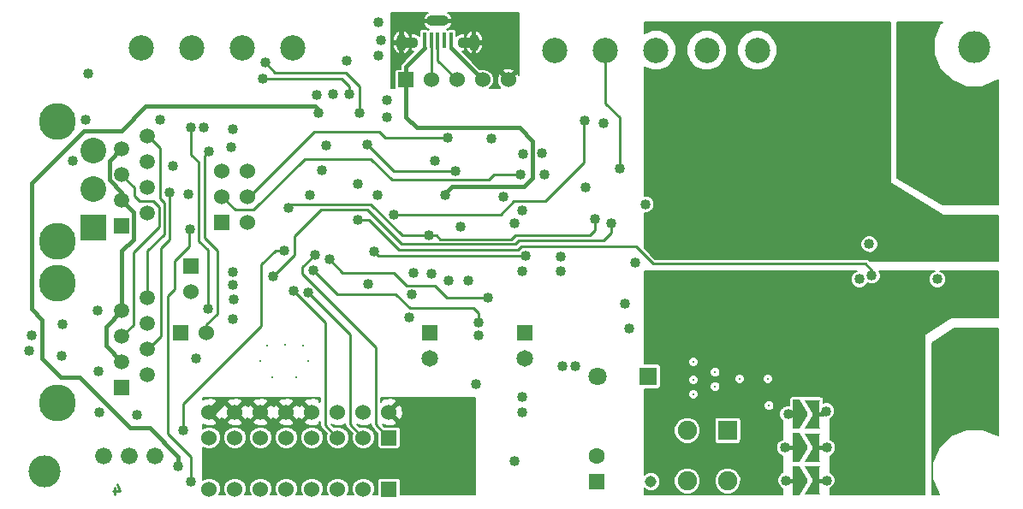
<source format=gbl>
G04 (created by PCBNEW (2013-07-07 BZR 4022)-stable) date 2/4/2017 6:27:51 AM*
%MOIN*%
G04 Gerber Fmt 3.4, Leading zero omitted, Abs format*
%FSLAX34Y34*%
G01*
G70*
G90*
G04 APERTURE LIST*
%ADD10C,0.00590551*%
%ADD11C,0.01*%
%ADD12R,0.0177165X0.0590551*%
%ADD13O,0.0708661X0.0433071*%
%ADD14O,0.0866142X0.0433071*%
%ADD15R,0.06X0.06*%
%ADD16C,0.06*%
%ADD17R,0.0315X0.11*%
%ADD18R,0.025X0.113*%
%ADD19C,0.1437*%
%ADD20R,0.0591X0.0591*%
%ADD21C,0.0591*%
%ADD22C,0.011811*%
%ADD23C,0.125*%
%ADD24R,0.0629921X0.0629921*%
%ADD25C,0.0629921*%
%ADD26C,0.0984252*%
%ADD27R,0.0708661X0.0708661*%
%ADD28C,0.0708661*%
%ADD29C,0.045*%
%ADD30C,0.066*%
%ADD31R,0.1X0.1*%
%ADD32C,0.1*%
%ADD33C,0.075*%
%ADD34R,0.075X0.075*%
%ADD35O,0.0393701X0.0669291*%
%ADD36C,0.0177165*%
%ADD37R,0.0649606X0.0649606*%
%ADD38C,0.0649606*%
%ADD39C,0.04*%
%ADD40C,0.016*%
%ADD41C,0.008*%
G04 APERTURE END LIST*
G54D10*
G54D11*
X35823Y-38445D02*
X35823Y-38711D01*
X35919Y-38292D02*
X36014Y-38578D01*
X35766Y-38578D01*
G54D12*
X47888Y-21001D03*
X48144Y-21001D03*
X48400Y-21001D03*
X48656Y-21001D03*
X48912Y-21001D03*
G54D13*
X47297Y-21100D03*
X49502Y-21100D03*
G54D14*
X48400Y-20253D03*
G54D15*
X47150Y-22550D03*
G54D16*
X48150Y-22550D03*
X49150Y-22550D03*
X50150Y-22550D03*
X51150Y-22550D03*
G54D10*
G36*
X62472Y-36145D02*
X62472Y-35015D01*
X62787Y-35515D01*
X62787Y-35645D01*
X62472Y-36145D01*
X62472Y-36145D01*
G37*
G54D17*
X63130Y-35580D03*
G54D18*
X62350Y-35580D03*
G54D10*
G36*
X62972Y-35530D02*
X62672Y-35030D01*
X63287Y-35030D01*
X62987Y-35530D01*
X62972Y-35530D01*
X62972Y-35530D01*
G37*
G36*
X62987Y-35630D02*
X63287Y-36130D01*
X62672Y-36130D01*
X62972Y-35630D01*
X62987Y-35630D01*
X62987Y-35630D01*
G37*
G54D19*
X33600Y-24162D03*
X33600Y-28835D03*
G54D20*
X36100Y-28250D03*
G54D21*
X37100Y-27750D03*
X36100Y-27250D03*
X37100Y-26750D03*
X36100Y-26250D03*
X37100Y-25750D03*
X36100Y-25250D03*
X37100Y-24750D03*
G54D19*
X33600Y-30462D03*
X33600Y-35135D03*
G54D20*
X36100Y-34550D03*
G54D21*
X37100Y-34050D03*
X36100Y-33550D03*
X37100Y-33050D03*
X36100Y-32550D03*
X37100Y-32050D03*
X36100Y-31550D03*
X37100Y-31050D03*
G54D15*
X40000Y-28100D03*
G54D16*
X41000Y-28100D03*
X40000Y-27100D03*
X41000Y-27100D03*
X40000Y-26100D03*
X41000Y-26100D03*
G54D22*
X41950Y-34150D03*
X43350Y-33500D03*
X43150Y-32900D03*
X41500Y-33500D03*
X41750Y-32900D03*
X42440Y-32870D03*
G54D23*
X69291Y-21259D03*
X33070Y-37795D03*
G54D24*
X54600Y-38192D03*
G54D25*
X54600Y-37207D03*
G54D26*
X69200Y-34721D03*
X69200Y-32752D03*
X69200Y-30784D03*
X69200Y-28815D03*
X69200Y-24878D03*
X69200Y-26847D03*
G54D22*
X42900Y-34150D03*
X59200Y-34500D03*
X61300Y-35250D03*
X58350Y-33550D03*
X60150Y-34200D03*
X58350Y-34250D03*
X59200Y-33950D03*
X58350Y-34800D03*
X61250Y-34200D03*
G54D27*
X56584Y-34100D03*
G54D28*
X54615Y-34100D03*
G54D22*
X47800Y-36900D03*
X49200Y-38400D03*
X49200Y-36900D03*
X47800Y-38100D03*
X48630Y-37630D03*
G54D29*
X56700Y-38200D03*
G54D16*
X39500Y-36500D03*
X40500Y-36500D03*
X41500Y-36500D03*
X42500Y-36500D03*
X43500Y-36500D03*
X44500Y-36500D03*
X45500Y-36500D03*
G54D15*
X46500Y-36500D03*
X46500Y-38500D03*
G54D16*
X45500Y-38500D03*
X44500Y-38500D03*
X43500Y-38500D03*
X42500Y-38500D03*
X41500Y-38500D03*
X40500Y-38500D03*
X39500Y-38500D03*
X39500Y-35500D03*
X40500Y-35500D03*
X41500Y-35500D03*
X42500Y-35500D03*
X43500Y-35500D03*
X44500Y-35500D03*
X45500Y-35500D03*
X46500Y-35500D03*
G54D15*
X38400Y-32400D03*
G54D16*
X39400Y-32400D03*
G54D30*
X37400Y-37200D03*
X36400Y-37200D03*
X35400Y-37200D03*
G54D10*
G36*
X62472Y-38725D02*
X62472Y-37595D01*
X62787Y-38095D01*
X62787Y-38225D01*
X62472Y-38725D01*
X62472Y-38725D01*
G37*
G54D17*
X63130Y-38160D03*
G54D18*
X62350Y-38160D03*
G54D10*
G36*
X62972Y-38110D02*
X62672Y-37610D01*
X63287Y-37610D01*
X62987Y-38110D01*
X62972Y-38110D01*
X62972Y-38110D01*
G37*
G36*
X62987Y-38210D02*
X63287Y-38710D01*
X62672Y-38710D01*
X62972Y-38210D01*
X62987Y-38210D01*
X62987Y-38210D01*
G37*
G36*
X62472Y-37445D02*
X62472Y-36315D01*
X62787Y-36815D01*
X62787Y-36945D01*
X62472Y-37445D01*
X62472Y-37445D01*
G37*
G54D17*
X63130Y-36880D03*
G54D18*
X62350Y-36880D03*
G54D10*
G36*
X62972Y-36830D02*
X62672Y-36330D01*
X63287Y-36330D01*
X62987Y-36830D01*
X62972Y-36830D01*
X62972Y-36830D01*
G37*
G36*
X62987Y-36930D02*
X63287Y-37430D01*
X62672Y-37430D01*
X62972Y-36930D01*
X62987Y-36930D01*
X62987Y-36930D01*
G37*
G54D26*
X42752Y-21300D03*
X40784Y-21300D03*
X36847Y-21300D03*
X38815Y-21300D03*
G54D31*
X35000Y-28300D03*
G54D32*
X35000Y-26800D03*
X35000Y-25300D03*
G54D26*
X60837Y-21400D03*
X58868Y-21400D03*
X56900Y-21400D03*
X52962Y-21400D03*
X54931Y-21400D03*
G54D15*
X38800Y-29800D03*
G54D16*
X38800Y-30800D03*
G54D33*
X58113Y-38184D03*
X59687Y-38184D03*
G54D34*
X59687Y-36216D03*
G54D33*
X58113Y-36216D03*
G54D35*
X46992Y-21100D03*
X49807Y-21100D03*
G54D36*
X48144Y-20792D03*
X48400Y-21296D03*
X48655Y-20792D03*
X48911Y-21296D03*
X47888Y-21296D03*
G54D37*
X51800Y-32400D03*
G54D38*
X51800Y-33400D03*
G54D37*
X48100Y-32400D03*
G54D38*
X48100Y-33400D03*
G54D39*
X50950Y-27100D03*
X44050Y-25100D03*
X40360Y-25160D03*
X51700Y-27650D03*
X45300Y-26590D03*
X47300Y-31800D03*
X51700Y-35500D03*
X51700Y-34900D03*
X35200Y-33900D03*
X48820Y-30360D03*
X44320Y-23120D03*
X39000Y-33400D03*
X32500Y-33100D03*
X40425Y-30025D03*
X49900Y-34400D03*
X43560Y-29980D03*
X50000Y-32000D03*
X58400Y-25600D03*
X58400Y-28400D03*
X60400Y-28400D03*
X60400Y-24800D03*
X62200Y-22800D03*
X63600Y-21200D03*
X63800Y-23400D03*
X64800Y-24600D03*
X64800Y-25600D03*
X63400Y-27200D03*
X64400Y-27200D03*
X65400Y-27200D03*
X66400Y-27200D03*
X44180Y-29550D03*
X50350Y-31050D03*
X64400Y-36600D03*
X65600Y-37800D03*
X65600Y-35600D03*
X64800Y-33600D03*
X63600Y-33600D03*
X62200Y-33600D03*
X60800Y-32400D03*
X59000Y-32400D03*
X59000Y-30600D03*
X60800Y-30600D03*
X62200Y-31400D03*
X63200Y-31400D03*
X64200Y-31400D03*
X65200Y-31400D03*
X66000Y-31400D03*
X66800Y-31400D03*
X67600Y-31400D03*
X43610Y-29370D03*
X43340Y-30830D03*
X42790Y-30770D03*
X45300Y-28000D03*
X65300Y-30180D03*
X51820Y-29420D03*
X45920Y-29240D03*
X54110Y-24150D03*
X46700Y-27800D03*
X41990Y-30210D03*
X55150Y-28130D03*
X67850Y-30320D03*
X56480Y-27400D03*
X64820Y-30320D03*
X56080Y-29680D03*
X38740Y-28380D03*
X38800Y-38200D03*
X42430Y-29210D03*
X38500Y-36200D03*
X39500Y-25340D03*
X38800Y-24400D03*
X39440Y-31468D03*
X48060Y-28610D03*
X42600Y-27540D03*
X54520Y-27960D03*
X51200Y-20900D03*
X50500Y-20900D03*
X48680Y-27050D03*
X67200Y-21200D03*
X67200Y-23200D03*
X69000Y-23400D03*
X68200Y-36000D03*
X63520Y-35460D03*
X63540Y-38160D03*
X63560Y-36880D03*
X54150Y-26730D03*
X65200Y-28950D03*
X43700Y-23150D03*
X40410Y-24480D03*
X37580Y-24100D03*
X43430Y-27030D03*
X34700Y-24100D03*
X38100Y-25900D03*
X38700Y-27000D03*
X51370Y-28130D03*
X46050Y-27050D03*
X51700Y-30000D03*
X50470Y-24830D03*
X52450Y-25400D03*
X51400Y-37400D03*
X54835Y-24235D03*
X46410Y-24000D03*
X46430Y-23350D03*
X52550Y-26250D03*
X35220Y-35490D03*
X36700Y-35600D03*
X48140Y-30120D03*
X49290Y-28270D03*
X51710Y-25440D03*
X48290Y-25720D03*
X34200Y-25700D03*
X35140Y-31550D03*
X62040Y-35580D03*
X61960Y-38160D03*
X61920Y-36880D03*
X43880Y-26060D03*
X44840Y-21800D03*
X46100Y-21600D03*
X46100Y-20300D03*
X46200Y-21000D03*
X50000Y-32500D03*
X32600Y-32500D03*
X47460Y-30060D03*
X47400Y-30900D03*
X45700Y-30520D03*
X40425Y-30525D03*
X49590Y-30365D03*
X55850Y-32250D03*
X55700Y-31280D03*
X33760Y-33300D03*
X40420Y-31880D03*
X33780Y-32060D03*
X40440Y-31100D03*
X39300Y-24400D03*
X34800Y-22300D03*
X37950Y-26950D03*
X41670Y-21880D03*
X45350Y-23850D03*
X45640Y-25070D03*
X49100Y-26110D03*
X44960Y-23100D03*
X41600Y-22500D03*
X51610Y-26250D03*
X48790Y-24820D03*
X55480Y-26010D03*
X53250Y-33700D03*
X53750Y-33700D03*
X38300Y-37600D03*
X43740Y-23840D03*
X53200Y-29450D03*
X53200Y-30000D03*
G54D11*
X46760Y-30890D02*
X47320Y-31450D01*
X44470Y-30890D02*
X46760Y-30890D01*
X43560Y-29980D02*
X44470Y-30890D01*
X50000Y-31650D02*
X50000Y-32000D01*
X49800Y-31450D02*
X50000Y-31650D01*
X47320Y-31450D02*
X49800Y-31450D01*
X69200Y-28815D02*
X68015Y-28815D01*
X58400Y-28400D02*
X58400Y-25600D01*
X60400Y-24800D02*
X60400Y-28400D01*
X62200Y-22600D02*
X62200Y-22800D01*
X63600Y-21200D02*
X62200Y-22600D01*
X63800Y-23600D02*
X63800Y-23400D01*
X64800Y-24600D02*
X63800Y-23600D01*
X64800Y-25800D02*
X64800Y-25600D01*
X63400Y-27200D02*
X64800Y-25800D01*
X65400Y-27200D02*
X64400Y-27200D01*
X68015Y-28815D02*
X66400Y-27200D01*
X48760Y-31050D02*
X50350Y-31050D01*
X48270Y-30560D02*
X48760Y-31050D01*
X47190Y-30560D02*
X48270Y-30560D01*
X46700Y-30070D02*
X47190Y-30560D01*
X44700Y-30070D02*
X46700Y-30070D01*
X44180Y-29550D02*
X44700Y-30070D01*
X65600Y-35600D02*
X65600Y-37800D01*
X63600Y-33600D02*
X64800Y-33600D01*
X62200Y-32800D02*
X62200Y-33600D01*
X62000Y-32600D02*
X62200Y-32800D01*
X61000Y-32600D02*
X62000Y-32600D01*
X60800Y-32400D02*
X61000Y-32600D01*
X59000Y-30600D02*
X59000Y-32400D01*
X61400Y-30600D02*
X60800Y-30600D01*
X62200Y-31400D02*
X61400Y-30600D01*
X64200Y-31400D02*
X63200Y-31400D01*
X66000Y-31400D02*
X65200Y-31400D01*
X67600Y-31400D02*
X66800Y-31400D01*
G54D40*
X36100Y-27250D02*
X36100Y-26933D01*
X35610Y-26443D02*
X35610Y-25690D01*
X36100Y-26933D02*
X35610Y-26443D01*
X36100Y-31550D02*
X36100Y-29220D01*
X36560Y-27710D02*
X36100Y-27250D01*
X36560Y-28760D02*
X36560Y-27710D01*
X36100Y-29220D02*
X36560Y-28760D01*
X36100Y-25250D02*
X36050Y-25250D01*
X36050Y-25250D02*
X35610Y-25690D01*
X36100Y-33550D02*
X36100Y-33530D01*
X36100Y-33530D02*
X35490Y-32920D01*
X35490Y-32160D02*
X36100Y-31550D01*
X35490Y-32920D02*
X35490Y-32160D01*
G54D11*
X45980Y-35980D02*
X46500Y-36500D01*
X45980Y-32970D02*
X45980Y-35980D01*
X43130Y-30120D02*
X45980Y-32970D01*
X43130Y-29850D02*
X43130Y-30120D01*
X43610Y-29370D02*
X43130Y-29850D01*
X44980Y-35980D02*
X45500Y-36500D01*
X44980Y-32470D02*
X44980Y-35980D01*
X43340Y-30830D02*
X44980Y-32470D01*
X44020Y-36020D02*
X44500Y-36500D01*
X44020Y-32000D02*
X44020Y-36020D01*
X42790Y-30770D02*
X44020Y-32000D01*
X45720Y-28000D02*
X46900Y-29180D01*
X45720Y-28000D02*
X45300Y-28000D01*
X65300Y-29960D02*
X65300Y-30180D01*
X65060Y-29720D02*
X65300Y-29960D01*
X56780Y-29720D02*
X65060Y-29720D01*
X51640Y-29050D02*
X56110Y-29050D01*
X56110Y-29050D02*
X56780Y-29720D01*
X51510Y-29180D02*
X51640Y-29050D01*
X46900Y-29180D02*
X51510Y-29180D01*
X51820Y-29420D02*
X46100Y-29420D01*
X46100Y-29420D02*
X45920Y-29240D01*
X46100Y-29420D02*
X45920Y-29240D01*
X54100Y-24160D02*
X54100Y-25780D01*
X54110Y-24150D02*
X54100Y-24160D01*
X46700Y-27800D02*
X50840Y-27800D01*
X51360Y-27280D02*
X52600Y-27280D01*
X50840Y-27800D02*
X51360Y-27280D01*
X54100Y-25780D02*
X52600Y-27280D01*
X47000Y-28950D02*
X51420Y-28950D01*
X55150Y-28510D02*
X55150Y-28130D01*
X54850Y-28810D02*
X55150Y-28510D01*
X51560Y-28810D02*
X54850Y-28810D01*
X51420Y-28950D02*
X51560Y-28810D01*
X41990Y-30210D02*
X41980Y-30210D01*
X43850Y-27600D02*
X45650Y-27600D01*
X42810Y-28640D02*
X43850Y-27600D01*
X42810Y-29380D02*
X42810Y-28640D01*
X41980Y-30210D02*
X42810Y-29380D01*
X45650Y-27600D02*
X47000Y-28950D01*
X37900Y-36330D02*
X37900Y-30960D01*
X38160Y-29600D02*
X38720Y-29040D01*
X38160Y-30700D02*
X38160Y-29600D01*
X38800Y-38200D02*
X38800Y-37230D01*
X38720Y-28400D02*
X38720Y-29040D01*
X38740Y-28380D02*
X38720Y-28400D01*
X38800Y-37230D02*
X37900Y-36330D01*
X37900Y-30960D02*
X38160Y-30700D01*
X38500Y-36200D02*
X38500Y-35160D01*
X42070Y-29200D02*
X42430Y-29210D01*
X41520Y-29750D02*
X42070Y-29200D01*
X41520Y-32140D02*
X41520Y-29750D01*
X38500Y-35160D02*
X41520Y-32140D01*
X39310Y-25530D02*
X39310Y-28690D01*
X39500Y-25340D02*
X39310Y-25530D01*
X39400Y-32400D02*
X39400Y-32080D01*
X39820Y-29200D02*
X39310Y-28690D01*
X39820Y-31660D02*
X39820Y-29200D01*
X39400Y-32080D02*
X39820Y-31660D01*
X38800Y-24400D02*
X38800Y-25460D01*
X38800Y-25460D02*
X39090Y-25750D01*
X39090Y-25750D02*
X39090Y-28830D01*
X39440Y-31430D02*
X39440Y-29180D01*
X39440Y-29180D02*
X39090Y-28830D01*
X54520Y-27960D02*
X54520Y-28390D01*
X48340Y-28610D02*
X48060Y-28610D01*
X48490Y-28760D02*
X48340Y-28610D01*
X51260Y-28760D02*
X48490Y-28760D01*
X51420Y-28600D02*
X51260Y-28760D01*
X54310Y-28600D02*
X51420Y-28600D01*
X54520Y-28390D02*
X54310Y-28600D01*
X47010Y-28610D02*
X48060Y-28610D01*
X45790Y-27390D02*
X47010Y-28610D01*
X42750Y-27390D02*
X45790Y-27390D01*
X42600Y-27540D02*
X42750Y-27390D01*
G54D40*
X48680Y-27050D02*
X48680Y-26970D01*
X48950Y-26700D02*
X51750Y-26700D01*
X48680Y-26970D02*
X48950Y-26700D01*
X51750Y-26700D02*
X52075Y-26375D01*
X48680Y-27050D02*
X48650Y-27050D01*
X47150Y-22550D02*
X47150Y-22035D01*
X47150Y-22035D02*
X47888Y-21296D01*
X52075Y-24925D02*
X52075Y-26375D01*
X47150Y-22550D02*
X47150Y-24000D01*
X51570Y-24420D02*
X52075Y-24925D01*
X52075Y-24925D02*
X52080Y-24930D01*
X47570Y-24420D02*
X51570Y-24420D01*
X47150Y-24000D02*
X47570Y-24420D01*
G54D11*
X68800Y-23200D02*
X67200Y-23200D01*
X69000Y-23400D02*
X68800Y-23200D01*
G54D40*
X69200Y-34721D02*
X69200Y-35000D01*
X69200Y-35000D02*
X68200Y-36000D01*
X63130Y-35580D02*
X63400Y-35580D01*
X63400Y-35580D02*
X63520Y-35460D01*
X63130Y-38160D02*
X63540Y-38160D01*
X63130Y-36880D02*
X63560Y-36880D01*
X48911Y-21296D02*
X48911Y-21311D01*
X48911Y-21311D02*
X50150Y-22550D01*
X39500Y-35500D02*
X39700Y-35500D01*
X39700Y-35500D02*
X40000Y-35200D01*
X62630Y-35580D02*
X62350Y-35580D01*
X62630Y-36880D02*
X62350Y-36880D01*
X62630Y-38160D02*
X62350Y-38160D01*
X62350Y-35580D02*
X62040Y-35580D01*
X62630Y-38160D02*
X61960Y-38160D01*
X62630Y-36880D02*
X61920Y-36880D01*
G54D11*
X37100Y-24750D02*
X37130Y-24750D01*
X37130Y-24750D02*
X37570Y-25190D01*
X37100Y-29220D02*
X37100Y-31050D01*
X37740Y-28580D02*
X37100Y-29220D01*
X37740Y-27340D02*
X37740Y-28580D01*
X37570Y-27170D02*
X37740Y-27340D01*
X37570Y-25190D02*
X37570Y-27170D01*
X37950Y-26950D02*
X37950Y-28770D01*
X37950Y-28770D02*
X37620Y-29100D01*
X37100Y-33050D02*
X37120Y-33050D01*
X37620Y-32550D02*
X37620Y-29100D01*
X37120Y-33050D02*
X37620Y-32550D01*
X36100Y-26250D02*
X36100Y-26260D01*
X36100Y-26260D02*
X36590Y-26750D01*
X36550Y-29260D02*
X36550Y-32090D01*
X37550Y-28260D02*
X36550Y-29260D01*
X37550Y-27500D02*
X37550Y-28260D01*
X37320Y-27270D02*
X37550Y-27500D01*
X36790Y-27270D02*
X37320Y-27270D01*
X36590Y-27070D02*
X36790Y-27270D01*
X36590Y-26750D02*
X36590Y-27070D01*
X36100Y-32550D02*
X36100Y-32540D01*
X36100Y-32540D02*
X36550Y-32090D01*
X48400Y-21296D02*
X48400Y-21800D01*
X48400Y-21800D02*
X49150Y-22550D01*
X48150Y-22550D02*
X48150Y-20798D01*
X48150Y-20798D02*
X48144Y-20792D01*
X42050Y-22260D02*
X41670Y-21880D01*
X44830Y-22260D02*
X42050Y-22260D01*
X45360Y-22790D02*
X44830Y-22260D01*
X45360Y-23540D02*
X45360Y-22790D01*
X45350Y-23850D02*
X45360Y-23540D01*
X46690Y-26120D02*
X45640Y-25070D01*
X49090Y-26120D02*
X46690Y-26120D01*
X49100Y-26110D02*
X49090Y-26120D01*
X44960Y-23100D02*
X44960Y-22810D01*
X44650Y-22500D02*
X41600Y-22500D01*
X44960Y-22810D02*
X44650Y-22500D01*
X51610Y-26250D02*
X50590Y-26250D01*
X50590Y-26250D02*
X50390Y-26450D01*
X46610Y-26450D02*
X45790Y-25630D01*
X50390Y-26450D02*
X46610Y-26450D01*
X40520Y-27620D02*
X40000Y-27100D01*
X41230Y-27620D02*
X40520Y-27620D01*
X43220Y-25630D02*
X41230Y-27620D01*
X45790Y-25630D02*
X43220Y-25630D01*
X48790Y-24820D02*
X46350Y-24820D01*
X46350Y-24820D02*
X46110Y-24580D01*
X46110Y-24580D02*
X43570Y-24580D01*
X41000Y-27100D02*
X41050Y-27100D01*
X41050Y-27100D02*
X43570Y-24580D01*
X54931Y-21400D02*
X54931Y-23471D01*
X55480Y-24020D02*
X55480Y-26010D01*
X54931Y-23471D02*
X55480Y-24020D01*
G54D40*
X43740Y-23840D02*
X43740Y-23715D01*
X43605Y-23580D02*
X37020Y-23580D01*
X43740Y-23715D02*
X43605Y-23580D01*
X38300Y-37600D02*
X38300Y-37230D01*
X34625Y-24525D02*
X32570Y-26580D01*
X32570Y-26580D02*
X32570Y-31470D01*
X32570Y-31470D02*
X33000Y-31900D01*
X33000Y-31900D02*
X33000Y-33420D01*
X33000Y-33420D02*
X33730Y-34150D01*
X33730Y-34150D02*
X34460Y-34150D01*
X34460Y-34150D02*
X36410Y-36100D01*
X36410Y-36100D02*
X37170Y-36100D01*
X36075Y-24525D02*
X37020Y-23580D01*
X34625Y-24525D02*
X36075Y-24525D01*
X38300Y-37230D02*
X37170Y-36100D01*
G54D10*
G36*
X44590Y-35505D02*
X44505Y-35590D01*
X44500Y-35584D01*
X44494Y-35590D01*
X44409Y-35505D01*
X44415Y-35500D01*
X44409Y-35494D01*
X44494Y-35409D01*
X44500Y-35415D01*
X44505Y-35409D01*
X44590Y-35494D01*
X44584Y-35500D01*
X44590Y-35505D01*
X44590Y-35505D01*
G37*
G54D41*
X44590Y-35505D02*
X44505Y-35590D01*
X44500Y-35584D01*
X44494Y-35590D01*
X44409Y-35505D01*
X44415Y-35500D01*
X44409Y-35494D01*
X44494Y-35409D01*
X44500Y-35415D01*
X44505Y-35409D01*
X44590Y-35494D01*
X44584Y-35500D01*
X44590Y-35505D01*
G54D10*
G36*
X45590Y-35505D02*
X45505Y-35590D01*
X45500Y-35584D01*
X45494Y-35590D01*
X45409Y-35505D01*
X45415Y-35500D01*
X45409Y-35494D01*
X45494Y-35409D01*
X45500Y-35415D01*
X45505Y-35409D01*
X45590Y-35494D01*
X45584Y-35500D01*
X45590Y-35505D01*
X45590Y-35505D01*
G37*
G54D41*
X45590Y-35505D02*
X45505Y-35590D01*
X45500Y-35584D01*
X45494Y-35590D01*
X45409Y-35505D01*
X45415Y-35500D01*
X45409Y-35494D01*
X45494Y-35409D01*
X45500Y-35415D01*
X45505Y-35409D01*
X45590Y-35494D01*
X45584Y-35500D01*
X45590Y-35505D01*
G54D10*
G36*
X49860Y-38710D02*
X47046Y-38710D01*
X47046Y-35569D01*
X47031Y-35355D01*
X46978Y-35226D01*
X46886Y-35198D01*
X46801Y-35282D01*
X46584Y-35500D01*
X46886Y-35801D01*
X46978Y-35773D01*
X47046Y-35569D01*
X47046Y-38710D01*
X46940Y-38710D01*
X46940Y-38172D01*
X46918Y-38120D01*
X46879Y-38081D01*
X46827Y-38060D01*
X46772Y-38059D01*
X46172Y-38059D01*
X46120Y-38081D01*
X46081Y-38120D01*
X46060Y-38172D01*
X46059Y-38227D01*
X46059Y-38710D01*
X45889Y-38710D01*
X45939Y-38587D01*
X45940Y-38412D01*
X45873Y-38251D01*
X45749Y-38127D01*
X45587Y-38060D01*
X45412Y-38059D01*
X45251Y-38126D01*
X45127Y-38250D01*
X45060Y-38412D01*
X45059Y-38587D01*
X45110Y-38710D01*
X44889Y-38710D01*
X44939Y-38587D01*
X44940Y-38412D01*
X44873Y-38251D01*
X44749Y-38127D01*
X44587Y-38060D01*
X44412Y-38059D01*
X44251Y-38126D01*
X44127Y-38250D01*
X44060Y-38412D01*
X44059Y-38587D01*
X44110Y-38710D01*
X43889Y-38710D01*
X43939Y-38587D01*
X43940Y-38412D01*
X43940Y-36412D01*
X43873Y-36251D01*
X43801Y-36179D01*
X43749Y-36127D01*
X43587Y-36060D01*
X43412Y-36059D01*
X43251Y-36126D01*
X43127Y-36250D01*
X43060Y-36412D01*
X43059Y-36587D01*
X43126Y-36748D01*
X43250Y-36872D01*
X43412Y-36939D01*
X43587Y-36940D01*
X43748Y-36873D01*
X43872Y-36749D01*
X43939Y-36587D01*
X43940Y-36412D01*
X43940Y-38412D01*
X43873Y-38251D01*
X43749Y-38127D01*
X43587Y-38060D01*
X43412Y-38059D01*
X43251Y-38126D01*
X43127Y-38250D01*
X43060Y-38412D01*
X43059Y-38587D01*
X43110Y-38710D01*
X42889Y-38710D01*
X42939Y-38587D01*
X42940Y-38412D01*
X42940Y-36412D01*
X42873Y-36251D01*
X42801Y-36179D01*
X42801Y-35886D01*
X42500Y-35584D01*
X42415Y-35669D01*
X42415Y-35500D01*
X42113Y-35198D01*
X42021Y-35226D01*
X42002Y-35285D01*
X41978Y-35226D01*
X41886Y-35198D01*
X41801Y-35282D01*
X41801Y-35113D01*
X41773Y-35021D01*
X41569Y-34953D01*
X41355Y-34968D01*
X41226Y-35021D01*
X41198Y-35113D01*
X41500Y-35415D01*
X41801Y-35113D01*
X41801Y-35282D01*
X41584Y-35500D01*
X41886Y-35801D01*
X41978Y-35773D01*
X41997Y-35714D01*
X42021Y-35773D01*
X42113Y-35801D01*
X42415Y-35500D01*
X42415Y-35669D01*
X42198Y-35886D01*
X42226Y-35978D01*
X42430Y-36046D01*
X42644Y-36031D01*
X42773Y-35978D01*
X42801Y-35886D01*
X42801Y-36179D01*
X42749Y-36127D01*
X42587Y-36060D01*
X42412Y-36059D01*
X42251Y-36126D01*
X42127Y-36250D01*
X42060Y-36412D01*
X42059Y-36587D01*
X42126Y-36748D01*
X42250Y-36872D01*
X42412Y-36939D01*
X42587Y-36940D01*
X42748Y-36873D01*
X42872Y-36749D01*
X42939Y-36587D01*
X42940Y-36412D01*
X42940Y-38412D01*
X42873Y-38251D01*
X42749Y-38127D01*
X42587Y-38060D01*
X42412Y-38059D01*
X42251Y-38126D01*
X42127Y-38250D01*
X42060Y-38412D01*
X42059Y-38587D01*
X42110Y-38710D01*
X41889Y-38710D01*
X41939Y-38587D01*
X41940Y-38412D01*
X41940Y-36412D01*
X41873Y-36251D01*
X41801Y-36179D01*
X41801Y-35886D01*
X41500Y-35584D01*
X41415Y-35669D01*
X41415Y-35500D01*
X41113Y-35198D01*
X41021Y-35226D01*
X41002Y-35285D01*
X40978Y-35226D01*
X40886Y-35198D01*
X40801Y-35282D01*
X40801Y-35113D01*
X40773Y-35021D01*
X40569Y-34953D01*
X40355Y-34968D01*
X40226Y-35021D01*
X40198Y-35113D01*
X40500Y-35415D01*
X40801Y-35113D01*
X40801Y-35282D01*
X40584Y-35500D01*
X40886Y-35801D01*
X40978Y-35773D01*
X40997Y-35714D01*
X41021Y-35773D01*
X41113Y-35801D01*
X41415Y-35500D01*
X41415Y-35669D01*
X41198Y-35886D01*
X41226Y-35978D01*
X41430Y-36046D01*
X41644Y-36031D01*
X41773Y-35978D01*
X41801Y-35886D01*
X41801Y-36179D01*
X41749Y-36127D01*
X41587Y-36060D01*
X41412Y-36059D01*
X41251Y-36126D01*
X41127Y-36250D01*
X41060Y-36412D01*
X41059Y-36587D01*
X41126Y-36748D01*
X41250Y-36872D01*
X41412Y-36939D01*
X41587Y-36940D01*
X41748Y-36873D01*
X41872Y-36749D01*
X41939Y-36587D01*
X41940Y-36412D01*
X41940Y-38412D01*
X41873Y-38251D01*
X41749Y-38127D01*
X41587Y-38060D01*
X41412Y-38059D01*
X41251Y-38126D01*
X41127Y-38250D01*
X41060Y-38412D01*
X41059Y-38587D01*
X41110Y-38710D01*
X40889Y-38710D01*
X40939Y-38587D01*
X40940Y-38412D01*
X40940Y-36412D01*
X40873Y-36251D01*
X40801Y-36179D01*
X40801Y-35886D01*
X40500Y-35584D01*
X40415Y-35669D01*
X40415Y-35500D01*
X40113Y-35198D01*
X40021Y-35226D01*
X40002Y-35285D01*
X39978Y-35226D01*
X39886Y-35198D01*
X39584Y-35500D01*
X39886Y-35801D01*
X39978Y-35773D01*
X39997Y-35714D01*
X40021Y-35773D01*
X40113Y-35801D01*
X40415Y-35500D01*
X40415Y-35669D01*
X40198Y-35886D01*
X40226Y-35978D01*
X40430Y-36046D01*
X40644Y-36031D01*
X40773Y-35978D01*
X40801Y-35886D01*
X40801Y-36179D01*
X40749Y-36127D01*
X40587Y-36060D01*
X40412Y-36059D01*
X40251Y-36126D01*
X40127Y-36250D01*
X40060Y-36412D01*
X40059Y-36587D01*
X40126Y-36748D01*
X40250Y-36872D01*
X40412Y-36939D01*
X40587Y-36940D01*
X40748Y-36873D01*
X40872Y-36749D01*
X40939Y-36587D01*
X40940Y-36412D01*
X40940Y-38412D01*
X40873Y-38251D01*
X40749Y-38127D01*
X40587Y-38060D01*
X40412Y-38059D01*
X40251Y-38126D01*
X40127Y-38250D01*
X40060Y-38412D01*
X40059Y-38587D01*
X40110Y-38710D01*
X39889Y-38710D01*
X39939Y-38587D01*
X39940Y-38412D01*
X39873Y-38251D01*
X39749Y-38127D01*
X39587Y-38060D01*
X39412Y-38059D01*
X39251Y-38126D01*
X39240Y-38137D01*
X39240Y-36862D01*
X39250Y-36872D01*
X39412Y-36939D01*
X39587Y-36940D01*
X39748Y-36873D01*
X39872Y-36749D01*
X39939Y-36587D01*
X39940Y-36412D01*
X39873Y-36251D01*
X39749Y-36127D01*
X39587Y-36060D01*
X39412Y-36059D01*
X39251Y-36126D01*
X39240Y-36137D01*
X39240Y-35982D01*
X39430Y-36046D01*
X39644Y-36031D01*
X39773Y-35978D01*
X39801Y-35886D01*
X39500Y-35584D01*
X39494Y-35590D01*
X39409Y-35505D01*
X39415Y-35500D01*
X39409Y-35494D01*
X39494Y-35409D01*
X39500Y-35415D01*
X39801Y-35113D01*
X39773Y-35021D01*
X39569Y-34953D01*
X39355Y-34968D01*
X39240Y-35016D01*
X39240Y-34940D01*
X43830Y-34940D01*
X43830Y-35085D01*
X43801Y-35113D01*
X43773Y-35021D01*
X43569Y-34953D01*
X43355Y-34968D01*
X43226Y-35021D01*
X43198Y-35113D01*
X43500Y-35415D01*
X43505Y-35409D01*
X43590Y-35494D01*
X43584Y-35500D01*
X43590Y-35505D01*
X43505Y-35590D01*
X43500Y-35584D01*
X43415Y-35669D01*
X43415Y-35500D01*
X43113Y-35198D01*
X43021Y-35226D01*
X43002Y-35285D01*
X42978Y-35226D01*
X42886Y-35198D01*
X42801Y-35282D01*
X42801Y-35113D01*
X42773Y-35021D01*
X42569Y-34953D01*
X42355Y-34968D01*
X42226Y-35021D01*
X42198Y-35113D01*
X42500Y-35415D01*
X42801Y-35113D01*
X42801Y-35282D01*
X42584Y-35500D01*
X42886Y-35801D01*
X42978Y-35773D01*
X42997Y-35714D01*
X43021Y-35773D01*
X43113Y-35801D01*
X43415Y-35500D01*
X43415Y-35669D01*
X43198Y-35886D01*
X43226Y-35978D01*
X43430Y-36046D01*
X43644Y-36031D01*
X43773Y-35978D01*
X43801Y-35886D01*
X43801Y-35886D01*
X43830Y-35914D01*
X43830Y-36020D01*
X43844Y-36092D01*
X43885Y-36154D01*
X44084Y-36353D01*
X44060Y-36412D01*
X44059Y-36587D01*
X44126Y-36748D01*
X44250Y-36872D01*
X44412Y-36939D01*
X44587Y-36940D01*
X44748Y-36873D01*
X44872Y-36749D01*
X44939Y-36587D01*
X44940Y-36412D01*
X44873Y-36251D01*
X44749Y-36127D01*
X44587Y-36060D01*
X44412Y-36059D01*
X44353Y-36084D01*
X44256Y-35988D01*
X44430Y-36046D01*
X44644Y-36031D01*
X44773Y-35978D01*
X44790Y-35924D01*
X44790Y-35980D01*
X44804Y-36052D01*
X44845Y-36114D01*
X45084Y-36353D01*
X45060Y-36412D01*
X45059Y-36587D01*
X45126Y-36748D01*
X45250Y-36872D01*
X45412Y-36939D01*
X45587Y-36940D01*
X45748Y-36873D01*
X45872Y-36749D01*
X45939Y-36587D01*
X45940Y-36412D01*
X45873Y-36251D01*
X45749Y-36127D01*
X45587Y-36060D01*
X45412Y-36059D01*
X45353Y-36084D01*
X45256Y-35988D01*
X45430Y-36046D01*
X45644Y-36031D01*
X45773Y-35978D01*
X45790Y-35924D01*
X45790Y-35980D01*
X45804Y-36052D01*
X45845Y-36114D01*
X46059Y-36328D01*
X46059Y-36827D01*
X46081Y-36879D01*
X46120Y-36918D01*
X46172Y-36939D01*
X46227Y-36940D01*
X46827Y-36940D01*
X46879Y-36918D01*
X46918Y-36879D01*
X46939Y-36827D01*
X46940Y-36772D01*
X46940Y-36172D01*
X46918Y-36120D01*
X46879Y-36081D01*
X46827Y-36060D01*
X46772Y-36059D01*
X46328Y-36059D01*
X46256Y-35988D01*
X46430Y-36046D01*
X46644Y-36031D01*
X46773Y-35978D01*
X46801Y-35886D01*
X46500Y-35584D01*
X46494Y-35590D01*
X46409Y-35505D01*
X46415Y-35500D01*
X46409Y-35494D01*
X46494Y-35409D01*
X46500Y-35415D01*
X46801Y-35113D01*
X46773Y-35021D01*
X46569Y-34953D01*
X46355Y-34968D01*
X46226Y-35021D01*
X46198Y-35113D01*
X46170Y-35085D01*
X46170Y-34940D01*
X49860Y-34940D01*
X49860Y-38710D01*
X49860Y-38710D01*
G37*
G54D41*
X49860Y-38710D02*
X47046Y-38710D01*
X47046Y-35569D01*
X47031Y-35355D01*
X46978Y-35226D01*
X46886Y-35198D01*
X46801Y-35282D01*
X46584Y-35500D01*
X46886Y-35801D01*
X46978Y-35773D01*
X47046Y-35569D01*
X47046Y-38710D01*
X46940Y-38710D01*
X46940Y-38172D01*
X46918Y-38120D01*
X46879Y-38081D01*
X46827Y-38060D01*
X46772Y-38059D01*
X46172Y-38059D01*
X46120Y-38081D01*
X46081Y-38120D01*
X46060Y-38172D01*
X46059Y-38227D01*
X46059Y-38710D01*
X45889Y-38710D01*
X45939Y-38587D01*
X45940Y-38412D01*
X45873Y-38251D01*
X45749Y-38127D01*
X45587Y-38060D01*
X45412Y-38059D01*
X45251Y-38126D01*
X45127Y-38250D01*
X45060Y-38412D01*
X45059Y-38587D01*
X45110Y-38710D01*
X44889Y-38710D01*
X44939Y-38587D01*
X44940Y-38412D01*
X44873Y-38251D01*
X44749Y-38127D01*
X44587Y-38060D01*
X44412Y-38059D01*
X44251Y-38126D01*
X44127Y-38250D01*
X44060Y-38412D01*
X44059Y-38587D01*
X44110Y-38710D01*
X43889Y-38710D01*
X43939Y-38587D01*
X43940Y-38412D01*
X43940Y-36412D01*
X43873Y-36251D01*
X43801Y-36179D01*
X43749Y-36127D01*
X43587Y-36060D01*
X43412Y-36059D01*
X43251Y-36126D01*
X43127Y-36250D01*
X43060Y-36412D01*
X43059Y-36587D01*
X43126Y-36748D01*
X43250Y-36872D01*
X43412Y-36939D01*
X43587Y-36940D01*
X43748Y-36873D01*
X43872Y-36749D01*
X43939Y-36587D01*
X43940Y-36412D01*
X43940Y-38412D01*
X43873Y-38251D01*
X43749Y-38127D01*
X43587Y-38060D01*
X43412Y-38059D01*
X43251Y-38126D01*
X43127Y-38250D01*
X43060Y-38412D01*
X43059Y-38587D01*
X43110Y-38710D01*
X42889Y-38710D01*
X42939Y-38587D01*
X42940Y-38412D01*
X42940Y-36412D01*
X42873Y-36251D01*
X42801Y-36179D01*
X42801Y-35886D01*
X42500Y-35584D01*
X42415Y-35669D01*
X42415Y-35500D01*
X42113Y-35198D01*
X42021Y-35226D01*
X42002Y-35285D01*
X41978Y-35226D01*
X41886Y-35198D01*
X41801Y-35282D01*
X41801Y-35113D01*
X41773Y-35021D01*
X41569Y-34953D01*
X41355Y-34968D01*
X41226Y-35021D01*
X41198Y-35113D01*
X41500Y-35415D01*
X41801Y-35113D01*
X41801Y-35282D01*
X41584Y-35500D01*
X41886Y-35801D01*
X41978Y-35773D01*
X41997Y-35714D01*
X42021Y-35773D01*
X42113Y-35801D01*
X42415Y-35500D01*
X42415Y-35669D01*
X42198Y-35886D01*
X42226Y-35978D01*
X42430Y-36046D01*
X42644Y-36031D01*
X42773Y-35978D01*
X42801Y-35886D01*
X42801Y-36179D01*
X42749Y-36127D01*
X42587Y-36060D01*
X42412Y-36059D01*
X42251Y-36126D01*
X42127Y-36250D01*
X42060Y-36412D01*
X42059Y-36587D01*
X42126Y-36748D01*
X42250Y-36872D01*
X42412Y-36939D01*
X42587Y-36940D01*
X42748Y-36873D01*
X42872Y-36749D01*
X42939Y-36587D01*
X42940Y-36412D01*
X42940Y-38412D01*
X42873Y-38251D01*
X42749Y-38127D01*
X42587Y-38060D01*
X42412Y-38059D01*
X42251Y-38126D01*
X42127Y-38250D01*
X42060Y-38412D01*
X42059Y-38587D01*
X42110Y-38710D01*
X41889Y-38710D01*
X41939Y-38587D01*
X41940Y-38412D01*
X41940Y-36412D01*
X41873Y-36251D01*
X41801Y-36179D01*
X41801Y-35886D01*
X41500Y-35584D01*
X41415Y-35669D01*
X41415Y-35500D01*
X41113Y-35198D01*
X41021Y-35226D01*
X41002Y-35285D01*
X40978Y-35226D01*
X40886Y-35198D01*
X40801Y-35282D01*
X40801Y-35113D01*
X40773Y-35021D01*
X40569Y-34953D01*
X40355Y-34968D01*
X40226Y-35021D01*
X40198Y-35113D01*
X40500Y-35415D01*
X40801Y-35113D01*
X40801Y-35282D01*
X40584Y-35500D01*
X40886Y-35801D01*
X40978Y-35773D01*
X40997Y-35714D01*
X41021Y-35773D01*
X41113Y-35801D01*
X41415Y-35500D01*
X41415Y-35669D01*
X41198Y-35886D01*
X41226Y-35978D01*
X41430Y-36046D01*
X41644Y-36031D01*
X41773Y-35978D01*
X41801Y-35886D01*
X41801Y-36179D01*
X41749Y-36127D01*
X41587Y-36060D01*
X41412Y-36059D01*
X41251Y-36126D01*
X41127Y-36250D01*
X41060Y-36412D01*
X41059Y-36587D01*
X41126Y-36748D01*
X41250Y-36872D01*
X41412Y-36939D01*
X41587Y-36940D01*
X41748Y-36873D01*
X41872Y-36749D01*
X41939Y-36587D01*
X41940Y-36412D01*
X41940Y-38412D01*
X41873Y-38251D01*
X41749Y-38127D01*
X41587Y-38060D01*
X41412Y-38059D01*
X41251Y-38126D01*
X41127Y-38250D01*
X41060Y-38412D01*
X41059Y-38587D01*
X41110Y-38710D01*
X40889Y-38710D01*
X40939Y-38587D01*
X40940Y-38412D01*
X40940Y-36412D01*
X40873Y-36251D01*
X40801Y-36179D01*
X40801Y-35886D01*
X40500Y-35584D01*
X40415Y-35669D01*
X40415Y-35500D01*
X40113Y-35198D01*
X40021Y-35226D01*
X40002Y-35285D01*
X39978Y-35226D01*
X39886Y-35198D01*
X39584Y-35500D01*
X39886Y-35801D01*
X39978Y-35773D01*
X39997Y-35714D01*
X40021Y-35773D01*
X40113Y-35801D01*
X40415Y-35500D01*
X40415Y-35669D01*
X40198Y-35886D01*
X40226Y-35978D01*
X40430Y-36046D01*
X40644Y-36031D01*
X40773Y-35978D01*
X40801Y-35886D01*
X40801Y-36179D01*
X40749Y-36127D01*
X40587Y-36060D01*
X40412Y-36059D01*
X40251Y-36126D01*
X40127Y-36250D01*
X40060Y-36412D01*
X40059Y-36587D01*
X40126Y-36748D01*
X40250Y-36872D01*
X40412Y-36939D01*
X40587Y-36940D01*
X40748Y-36873D01*
X40872Y-36749D01*
X40939Y-36587D01*
X40940Y-36412D01*
X40940Y-38412D01*
X40873Y-38251D01*
X40749Y-38127D01*
X40587Y-38060D01*
X40412Y-38059D01*
X40251Y-38126D01*
X40127Y-38250D01*
X40060Y-38412D01*
X40059Y-38587D01*
X40110Y-38710D01*
X39889Y-38710D01*
X39939Y-38587D01*
X39940Y-38412D01*
X39873Y-38251D01*
X39749Y-38127D01*
X39587Y-38060D01*
X39412Y-38059D01*
X39251Y-38126D01*
X39240Y-38137D01*
X39240Y-36862D01*
X39250Y-36872D01*
X39412Y-36939D01*
X39587Y-36940D01*
X39748Y-36873D01*
X39872Y-36749D01*
X39939Y-36587D01*
X39940Y-36412D01*
X39873Y-36251D01*
X39749Y-36127D01*
X39587Y-36060D01*
X39412Y-36059D01*
X39251Y-36126D01*
X39240Y-36137D01*
X39240Y-35982D01*
X39430Y-36046D01*
X39644Y-36031D01*
X39773Y-35978D01*
X39801Y-35886D01*
X39500Y-35584D01*
X39494Y-35590D01*
X39409Y-35505D01*
X39415Y-35500D01*
X39409Y-35494D01*
X39494Y-35409D01*
X39500Y-35415D01*
X39801Y-35113D01*
X39773Y-35021D01*
X39569Y-34953D01*
X39355Y-34968D01*
X39240Y-35016D01*
X39240Y-34940D01*
X43830Y-34940D01*
X43830Y-35085D01*
X43801Y-35113D01*
X43773Y-35021D01*
X43569Y-34953D01*
X43355Y-34968D01*
X43226Y-35021D01*
X43198Y-35113D01*
X43500Y-35415D01*
X43505Y-35409D01*
X43590Y-35494D01*
X43584Y-35500D01*
X43590Y-35505D01*
X43505Y-35590D01*
X43500Y-35584D01*
X43415Y-35669D01*
X43415Y-35500D01*
X43113Y-35198D01*
X43021Y-35226D01*
X43002Y-35285D01*
X42978Y-35226D01*
X42886Y-35198D01*
X42801Y-35282D01*
X42801Y-35113D01*
X42773Y-35021D01*
X42569Y-34953D01*
X42355Y-34968D01*
X42226Y-35021D01*
X42198Y-35113D01*
X42500Y-35415D01*
X42801Y-35113D01*
X42801Y-35282D01*
X42584Y-35500D01*
X42886Y-35801D01*
X42978Y-35773D01*
X42997Y-35714D01*
X43021Y-35773D01*
X43113Y-35801D01*
X43415Y-35500D01*
X43415Y-35669D01*
X43198Y-35886D01*
X43226Y-35978D01*
X43430Y-36046D01*
X43644Y-36031D01*
X43773Y-35978D01*
X43801Y-35886D01*
X43801Y-35886D01*
X43830Y-35914D01*
X43830Y-36020D01*
X43844Y-36092D01*
X43885Y-36154D01*
X44084Y-36353D01*
X44060Y-36412D01*
X44059Y-36587D01*
X44126Y-36748D01*
X44250Y-36872D01*
X44412Y-36939D01*
X44587Y-36940D01*
X44748Y-36873D01*
X44872Y-36749D01*
X44939Y-36587D01*
X44940Y-36412D01*
X44873Y-36251D01*
X44749Y-36127D01*
X44587Y-36060D01*
X44412Y-36059D01*
X44353Y-36084D01*
X44256Y-35988D01*
X44430Y-36046D01*
X44644Y-36031D01*
X44773Y-35978D01*
X44790Y-35924D01*
X44790Y-35980D01*
X44804Y-36052D01*
X44845Y-36114D01*
X45084Y-36353D01*
X45060Y-36412D01*
X45059Y-36587D01*
X45126Y-36748D01*
X45250Y-36872D01*
X45412Y-36939D01*
X45587Y-36940D01*
X45748Y-36873D01*
X45872Y-36749D01*
X45939Y-36587D01*
X45940Y-36412D01*
X45873Y-36251D01*
X45749Y-36127D01*
X45587Y-36060D01*
X45412Y-36059D01*
X45353Y-36084D01*
X45256Y-35988D01*
X45430Y-36046D01*
X45644Y-36031D01*
X45773Y-35978D01*
X45790Y-35924D01*
X45790Y-35980D01*
X45804Y-36052D01*
X45845Y-36114D01*
X46059Y-36328D01*
X46059Y-36827D01*
X46081Y-36879D01*
X46120Y-36918D01*
X46172Y-36939D01*
X46227Y-36940D01*
X46827Y-36940D01*
X46879Y-36918D01*
X46918Y-36879D01*
X46939Y-36827D01*
X46940Y-36772D01*
X46940Y-36172D01*
X46918Y-36120D01*
X46879Y-36081D01*
X46827Y-36060D01*
X46772Y-36059D01*
X46328Y-36059D01*
X46256Y-35988D01*
X46430Y-36046D01*
X46644Y-36031D01*
X46773Y-35978D01*
X46801Y-35886D01*
X46500Y-35584D01*
X46494Y-35590D01*
X46409Y-35505D01*
X46415Y-35500D01*
X46409Y-35494D01*
X46494Y-35409D01*
X46500Y-35415D01*
X46801Y-35113D01*
X46773Y-35021D01*
X46569Y-34953D01*
X46355Y-34968D01*
X46226Y-35021D01*
X46198Y-35113D01*
X46170Y-35085D01*
X46170Y-34940D01*
X49860Y-34940D01*
X49860Y-38710D01*
G54D10*
G36*
X70210Y-31810D02*
X68388Y-31810D01*
X67360Y-32478D01*
X67360Y-38710D01*
X63690Y-38710D01*
X63690Y-38465D01*
X63732Y-38448D01*
X63828Y-38352D01*
X63879Y-38227D01*
X63880Y-38092D01*
X63828Y-37967D01*
X63732Y-37871D01*
X63690Y-37854D01*
X63690Y-37194D01*
X63752Y-37168D01*
X63848Y-37072D01*
X63899Y-36947D01*
X63900Y-36812D01*
X63848Y-36687D01*
X63752Y-36591D01*
X63690Y-36565D01*
X63690Y-35757D01*
X63712Y-35748D01*
X63808Y-35652D01*
X63859Y-35527D01*
X63860Y-35392D01*
X63808Y-35267D01*
X63712Y-35171D01*
X63587Y-35120D01*
X63452Y-35119D01*
X63427Y-35130D01*
X63427Y-35002D01*
X63406Y-34950D01*
X63366Y-34911D01*
X63315Y-34890D01*
X63259Y-34889D01*
X62944Y-34889D01*
X62851Y-34889D01*
X62815Y-34875D01*
X62759Y-34874D01*
X62447Y-34874D01*
X62444Y-34874D01*
X62197Y-34874D01*
X62145Y-34896D01*
X62106Y-34935D01*
X62085Y-34987D01*
X62084Y-35042D01*
X62084Y-35240D01*
X61972Y-35239D01*
X61924Y-35260D01*
X61810Y-35260D01*
X61810Y-35329D01*
X61751Y-35387D01*
X61700Y-35512D01*
X61699Y-35647D01*
X61751Y-35772D01*
X61810Y-35830D01*
X61810Y-36557D01*
X61727Y-36591D01*
X61631Y-36687D01*
X61580Y-36812D01*
X61579Y-36947D01*
X61631Y-37072D01*
X61727Y-37168D01*
X61810Y-37202D01*
X61810Y-37854D01*
X61767Y-37871D01*
X61671Y-37967D01*
X61620Y-38092D01*
X61619Y-38227D01*
X61671Y-38352D01*
X61767Y-38448D01*
X61810Y-38465D01*
X61810Y-38710D01*
X61499Y-38710D01*
X61499Y-35210D01*
X61468Y-35137D01*
X61449Y-35117D01*
X61449Y-34160D01*
X61418Y-34087D01*
X61362Y-34031D01*
X61289Y-34000D01*
X61210Y-34000D01*
X61137Y-34031D01*
X61081Y-34087D01*
X61050Y-34160D01*
X61050Y-34239D01*
X61081Y-34312D01*
X61137Y-34368D01*
X61210Y-34399D01*
X61289Y-34399D01*
X61362Y-34368D01*
X61418Y-34312D01*
X61449Y-34239D01*
X61449Y-34160D01*
X61449Y-35117D01*
X61412Y-35081D01*
X61339Y-35050D01*
X61260Y-35050D01*
X61187Y-35081D01*
X61131Y-35137D01*
X61100Y-35210D01*
X61100Y-35289D01*
X61131Y-35362D01*
X61187Y-35418D01*
X61260Y-35449D01*
X61339Y-35449D01*
X61412Y-35418D01*
X61468Y-35362D01*
X61499Y-35289D01*
X61499Y-35210D01*
X61499Y-38710D01*
X60349Y-38710D01*
X60349Y-34160D01*
X60318Y-34087D01*
X60262Y-34031D01*
X60189Y-34000D01*
X60110Y-34000D01*
X60037Y-34031D01*
X59981Y-34087D01*
X59950Y-34160D01*
X59950Y-34239D01*
X59981Y-34312D01*
X60037Y-34368D01*
X60110Y-34399D01*
X60189Y-34399D01*
X60262Y-34368D01*
X60318Y-34312D01*
X60349Y-34239D01*
X60349Y-34160D01*
X60349Y-38710D01*
X60202Y-38710D01*
X60202Y-38082D01*
X60202Y-38081D01*
X60202Y-36563D01*
X60202Y-35813D01*
X60180Y-35761D01*
X60141Y-35722D01*
X60089Y-35701D01*
X60034Y-35700D01*
X59399Y-35700D01*
X59399Y-34460D01*
X59399Y-33910D01*
X59368Y-33837D01*
X59312Y-33781D01*
X59239Y-33750D01*
X59160Y-33750D01*
X59087Y-33781D01*
X59031Y-33837D01*
X59000Y-33910D01*
X59000Y-33989D01*
X59031Y-34062D01*
X59087Y-34118D01*
X59160Y-34149D01*
X59239Y-34149D01*
X59312Y-34118D01*
X59368Y-34062D01*
X59399Y-33989D01*
X59399Y-33910D01*
X59399Y-34460D01*
X59368Y-34387D01*
X59312Y-34331D01*
X59239Y-34300D01*
X59160Y-34300D01*
X59087Y-34331D01*
X59031Y-34387D01*
X59000Y-34460D01*
X59000Y-34539D01*
X59031Y-34612D01*
X59087Y-34668D01*
X59160Y-34699D01*
X59239Y-34699D01*
X59312Y-34668D01*
X59368Y-34612D01*
X59399Y-34539D01*
X59399Y-34460D01*
X59399Y-35700D01*
X59284Y-35700D01*
X59232Y-35722D01*
X59193Y-35761D01*
X59172Y-35813D01*
X59171Y-35868D01*
X59171Y-36618D01*
X59193Y-36670D01*
X59232Y-36709D01*
X59284Y-36730D01*
X59339Y-36731D01*
X60089Y-36731D01*
X60141Y-36709D01*
X60180Y-36670D01*
X60201Y-36618D01*
X60202Y-36563D01*
X60202Y-38081D01*
X60123Y-37892D01*
X59979Y-37747D01*
X59789Y-37669D01*
X59585Y-37668D01*
X59395Y-37747D01*
X59250Y-37891D01*
X59172Y-38081D01*
X59171Y-38285D01*
X59250Y-38475D01*
X59394Y-38620D01*
X59584Y-38698D01*
X59788Y-38699D01*
X59978Y-38620D01*
X60123Y-38476D01*
X60201Y-38286D01*
X60202Y-38082D01*
X60202Y-38710D01*
X58628Y-38710D01*
X58628Y-38082D01*
X58628Y-36114D01*
X58549Y-35924D01*
X58549Y-35923D01*
X58549Y-34760D01*
X58549Y-34210D01*
X58549Y-33510D01*
X58518Y-33437D01*
X58462Y-33381D01*
X58389Y-33350D01*
X58310Y-33350D01*
X58237Y-33381D01*
X58181Y-33437D01*
X58150Y-33510D01*
X58150Y-33589D01*
X58181Y-33662D01*
X58237Y-33718D01*
X58310Y-33749D01*
X58389Y-33749D01*
X58462Y-33718D01*
X58518Y-33662D01*
X58549Y-33589D01*
X58549Y-33510D01*
X58549Y-34210D01*
X58518Y-34137D01*
X58462Y-34081D01*
X58389Y-34050D01*
X58310Y-34050D01*
X58237Y-34081D01*
X58181Y-34137D01*
X58150Y-34210D01*
X58150Y-34289D01*
X58181Y-34362D01*
X58237Y-34418D01*
X58310Y-34449D01*
X58389Y-34449D01*
X58462Y-34418D01*
X58518Y-34362D01*
X58549Y-34289D01*
X58549Y-34210D01*
X58549Y-34760D01*
X58518Y-34687D01*
X58462Y-34631D01*
X58389Y-34600D01*
X58310Y-34600D01*
X58237Y-34631D01*
X58181Y-34687D01*
X58150Y-34760D01*
X58150Y-34839D01*
X58181Y-34912D01*
X58237Y-34968D01*
X58310Y-34999D01*
X58389Y-34999D01*
X58462Y-34968D01*
X58518Y-34912D01*
X58549Y-34839D01*
X58549Y-34760D01*
X58549Y-35923D01*
X58405Y-35779D01*
X58215Y-35701D01*
X58011Y-35700D01*
X57821Y-35779D01*
X57676Y-35923D01*
X57598Y-36113D01*
X57597Y-36317D01*
X57676Y-36507D01*
X57820Y-36652D01*
X58010Y-36730D01*
X58214Y-36731D01*
X58404Y-36652D01*
X58549Y-36508D01*
X58627Y-36318D01*
X58628Y-36114D01*
X58628Y-38082D01*
X58549Y-37892D01*
X58405Y-37747D01*
X58215Y-37669D01*
X58011Y-37668D01*
X57821Y-37747D01*
X57676Y-37891D01*
X57598Y-38081D01*
X57597Y-38285D01*
X57676Y-38475D01*
X57820Y-38620D01*
X58010Y-38698D01*
X58214Y-38699D01*
X58404Y-38620D01*
X58549Y-38476D01*
X58627Y-38286D01*
X58628Y-38082D01*
X58628Y-38710D01*
X56440Y-38710D01*
X56440Y-38456D01*
X56492Y-38509D01*
X56627Y-38564D01*
X56772Y-38565D01*
X56906Y-38509D01*
X57009Y-38407D01*
X57064Y-38272D01*
X57065Y-38127D01*
X57009Y-37993D01*
X56907Y-37890D01*
X56772Y-37835D01*
X56627Y-37834D01*
X56493Y-37890D01*
X56440Y-37943D01*
X56440Y-34594D01*
X56966Y-34594D01*
X57017Y-34573D01*
X57057Y-34533D01*
X57078Y-34482D01*
X57078Y-34426D01*
X57078Y-33717D01*
X57057Y-33666D01*
X57017Y-33627D01*
X56966Y-33605D01*
X56910Y-33605D01*
X56440Y-33605D01*
X56440Y-29990D01*
X64728Y-29990D01*
X64627Y-30031D01*
X64531Y-30127D01*
X64480Y-30252D01*
X64479Y-30387D01*
X64531Y-30512D01*
X64627Y-30608D01*
X64752Y-30659D01*
X64887Y-30660D01*
X65012Y-30608D01*
X65108Y-30512D01*
X65123Y-30474D01*
X65232Y-30519D01*
X65367Y-30520D01*
X65492Y-30468D01*
X65588Y-30372D01*
X65639Y-30247D01*
X65640Y-30112D01*
X65589Y-29990D01*
X67758Y-29990D01*
X67657Y-30031D01*
X67561Y-30127D01*
X67510Y-30252D01*
X67509Y-30387D01*
X67561Y-30512D01*
X67657Y-30608D01*
X67782Y-30659D01*
X67917Y-30660D01*
X68042Y-30608D01*
X68138Y-30512D01*
X68189Y-30387D01*
X68190Y-30252D01*
X68138Y-30127D01*
X68042Y-30031D01*
X67941Y-29990D01*
X70210Y-29990D01*
X70210Y-31810D01*
X70210Y-31810D01*
G37*
G54D41*
X70210Y-31810D02*
X68388Y-31810D01*
X67360Y-32478D01*
X67360Y-38710D01*
X63690Y-38710D01*
X63690Y-38465D01*
X63732Y-38448D01*
X63828Y-38352D01*
X63879Y-38227D01*
X63880Y-38092D01*
X63828Y-37967D01*
X63732Y-37871D01*
X63690Y-37854D01*
X63690Y-37194D01*
X63752Y-37168D01*
X63848Y-37072D01*
X63899Y-36947D01*
X63900Y-36812D01*
X63848Y-36687D01*
X63752Y-36591D01*
X63690Y-36565D01*
X63690Y-35757D01*
X63712Y-35748D01*
X63808Y-35652D01*
X63859Y-35527D01*
X63860Y-35392D01*
X63808Y-35267D01*
X63712Y-35171D01*
X63587Y-35120D01*
X63452Y-35119D01*
X63427Y-35130D01*
X63427Y-35002D01*
X63406Y-34950D01*
X63366Y-34911D01*
X63315Y-34890D01*
X63259Y-34889D01*
X62944Y-34889D01*
X62851Y-34889D01*
X62815Y-34875D01*
X62759Y-34874D01*
X62447Y-34874D01*
X62444Y-34874D01*
X62197Y-34874D01*
X62145Y-34896D01*
X62106Y-34935D01*
X62085Y-34987D01*
X62084Y-35042D01*
X62084Y-35240D01*
X61972Y-35239D01*
X61924Y-35260D01*
X61810Y-35260D01*
X61810Y-35329D01*
X61751Y-35387D01*
X61700Y-35512D01*
X61699Y-35647D01*
X61751Y-35772D01*
X61810Y-35830D01*
X61810Y-36557D01*
X61727Y-36591D01*
X61631Y-36687D01*
X61580Y-36812D01*
X61579Y-36947D01*
X61631Y-37072D01*
X61727Y-37168D01*
X61810Y-37202D01*
X61810Y-37854D01*
X61767Y-37871D01*
X61671Y-37967D01*
X61620Y-38092D01*
X61619Y-38227D01*
X61671Y-38352D01*
X61767Y-38448D01*
X61810Y-38465D01*
X61810Y-38710D01*
X61499Y-38710D01*
X61499Y-35210D01*
X61468Y-35137D01*
X61449Y-35117D01*
X61449Y-34160D01*
X61418Y-34087D01*
X61362Y-34031D01*
X61289Y-34000D01*
X61210Y-34000D01*
X61137Y-34031D01*
X61081Y-34087D01*
X61050Y-34160D01*
X61050Y-34239D01*
X61081Y-34312D01*
X61137Y-34368D01*
X61210Y-34399D01*
X61289Y-34399D01*
X61362Y-34368D01*
X61418Y-34312D01*
X61449Y-34239D01*
X61449Y-34160D01*
X61449Y-35117D01*
X61412Y-35081D01*
X61339Y-35050D01*
X61260Y-35050D01*
X61187Y-35081D01*
X61131Y-35137D01*
X61100Y-35210D01*
X61100Y-35289D01*
X61131Y-35362D01*
X61187Y-35418D01*
X61260Y-35449D01*
X61339Y-35449D01*
X61412Y-35418D01*
X61468Y-35362D01*
X61499Y-35289D01*
X61499Y-35210D01*
X61499Y-38710D01*
X60349Y-38710D01*
X60349Y-34160D01*
X60318Y-34087D01*
X60262Y-34031D01*
X60189Y-34000D01*
X60110Y-34000D01*
X60037Y-34031D01*
X59981Y-34087D01*
X59950Y-34160D01*
X59950Y-34239D01*
X59981Y-34312D01*
X60037Y-34368D01*
X60110Y-34399D01*
X60189Y-34399D01*
X60262Y-34368D01*
X60318Y-34312D01*
X60349Y-34239D01*
X60349Y-34160D01*
X60349Y-38710D01*
X60202Y-38710D01*
X60202Y-38082D01*
X60202Y-38081D01*
X60202Y-36563D01*
X60202Y-35813D01*
X60180Y-35761D01*
X60141Y-35722D01*
X60089Y-35701D01*
X60034Y-35700D01*
X59399Y-35700D01*
X59399Y-34460D01*
X59399Y-33910D01*
X59368Y-33837D01*
X59312Y-33781D01*
X59239Y-33750D01*
X59160Y-33750D01*
X59087Y-33781D01*
X59031Y-33837D01*
X59000Y-33910D01*
X59000Y-33989D01*
X59031Y-34062D01*
X59087Y-34118D01*
X59160Y-34149D01*
X59239Y-34149D01*
X59312Y-34118D01*
X59368Y-34062D01*
X59399Y-33989D01*
X59399Y-33910D01*
X59399Y-34460D01*
X59368Y-34387D01*
X59312Y-34331D01*
X59239Y-34300D01*
X59160Y-34300D01*
X59087Y-34331D01*
X59031Y-34387D01*
X59000Y-34460D01*
X59000Y-34539D01*
X59031Y-34612D01*
X59087Y-34668D01*
X59160Y-34699D01*
X59239Y-34699D01*
X59312Y-34668D01*
X59368Y-34612D01*
X59399Y-34539D01*
X59399Y-34460D01*
X59399Y-35700D01*
X59284Y-35700D01*
X59232Y-35722D01*
X59193Y-35761D01*
X59172Y-35813D01*
X59171Y-35868D01*
X59171Y-36618D01*
X59193Y-36670D01*
X59232Y-36709D01*
X59284Y-36730D01*
X59339Y-36731D01*
X60089Y-36731D01*
X60141Y-36709D01*
X60180Y-36670D01*
X60201Y-36618D01*
X60202Y-36563D01*
X60202Y-38081D01*
X60123Y-37892D01*
X59979Y-37747D01*
X59789Y-37669D01*
X59585Y-37668D01*
X59395Y-37747D01*
X59250Y-37891D01*
X59172Y-38081D01*
X59171Y-38285D01*
X59250Y-38475D01*
X59394Y-38620D01*
X59584Y-38698D01*
X59788Y-38699D01*
X59978Y-38620D01*
X60123Y-38476D01*
X60201Y-38286D01*
X60202Y-38082D01*
X60202Y-38710D01*
X58628Y-38710D01*
X58628Y-38082D01*
X58628Y-36114D01*
X58549Y-35924D01*
X58549Y-35923D01*
X58549Y-34760D01*
X58549Y-34210D01*
X58549Y-33510D01*
X58518Y-33437D01*
X58462Y-33381D01*
X58389Y-33350D01*
X58310Y-33350D01*
X58237Y-33381D01*
X58181Y-33437D01*
X58150Y-33510D01*
X58150Y-33589D01*
X58181Y-33662D01*
X58237Y-33718D01*
X58310Y-33749D01*
X58389Y-33749D01*
X58462Y-33718D01*
X58518Y-33662D01*
X58549Y-33589D01*
X58549Y-33510D01*
X58549Y-34210D01*
X58518Y-34137D01*
X58462Y-34081D01*
X58389Y-34050D01*
X58310Y-34050D01*
X58237Y-34081D01*
X58181Y-34137D01*
X58150Y-34210D01*
X58150Y-34289D01*
X58181Y-34362D01*
X58237Y-34418D01*
X58310Y-34449D01*
X58389Y-34449D01*
X58462Y-34418D01*
X58518Y-34362D01*
X58549Y-34289D01*
X58549Y-34210D01*
X58549Y-34760D01*
X58518Y-34687D01*
X58462Y-34631D01*
X58389Y-34600D01*
X58310Y-34600D01*
X58237Y-34631D01*
X58181Y-34687D01*
X58150Y-34760D01*
X58150Y-34839D01*
X58181Y-34912D01*
X58237Y-34968D01*
X58310Y-34999D01*
X58389Y-34999D01*
X58462Y-34968D01*
X58518Y-34912D01*
X58549Y-34839D01*
X58549Y-34760D01*
X58549Y-35923D01*
X58405Y-35779D01*
X58215Y-35701D01*
X58011Y-35700D01*
X57821Y-35779D01*
X57676Y-35923D01*
X57598Y-36113D01*
X57597Y-36317D01*
X57676Y-36507D01*
X57820Y-36652D01*
X58010Y-36730D01*
X58214Y-36731D01*
X58404Y-36652D01*
X58549Y-36508D01*
X58627Y-36318D01*
X58628Y-36114D01*
X58628Y-38082D01*
X58549Y-37892D01*
X58405Y-37747D01*
X58215Y-37669D01*
X58011Y-37668D01*
X57821Y-37747D01*
X57676Y-37891D01*
X57598Y-38081D01*
X57597Y-38285D01*
X57676Y-38475D01*
X57820Y-38620D01*
X58010Y-38698D01*
X58214Y-38699D01*
X58404Y-38620D01*
X58549Y-38476D01*
X58627Y-38286D01*
X58628Y-38082D01*
X58628Y-38710D01*
X56440Y-38710D01*
X56440Y-38456D01*
X56492Y-38509D01*
X56627Y-38564D01*
X56772Y-38565D01*
X56906Y-38509D01*
X57009Y-38407D01*
X57064Y-38272D01*
X57065Y-38127D01*
X57009Y-37993D01*
X56907Y-37890D01*
X56772Y-37835D01*
X56627Y-37834D01*
X56493Y-37890D01*
X56440Y-37943D01*
X56440Y-34594D01*
X56966Y-34594D01*
X57017Y-34573D01*
X57057Y-34533D01*
X57078Y-34482D01*
X57078Y-34426D01*
X57078Y-33717D01*
X57057Y-33666D01*
X57017Y-33627D01*
X56966Y-33605D01*
X56910Y-33605D01*
X56440Y-33605D01*
X56440Y-29990D01*
X64728Y-29990D01*
X64627Y-30031D01*
X64531Y-30127D01*
X64480Y-30252D01*
X64479Y-30387D01*
X64531Y-30512D01*
X64627Y-30608D01*
X64752Y-30659D01*
X64887Y-30660D01*
X65012Y-30608D01*
X65108Y-30512D01*
X65123Y-30474D01*
X65232Y-30519D01*
X65367Y-30520D01*
X65492Y-30468D01*
X65588Y-30372D01*
X65639Y-30247D01*
X65640Y-30112D01*
X65589Y-29990D01*
X67758Y-29990D01*
X67657Y-30031D01*
X67561Y-30127D01*
X67510Y-30252D01*
X67509Y-30387D01*
X67561Y-30512D01*
X67657Y-30608D01*
X67782Y-30659D01*
X67917Y-30660D01*
X68042Y-30608D01*
X68138Y-30512D01*
X68189Y-30387D01*
X68190Y-30252D01*
X68138Y-30127D01*
X68042Y-30031D01*
X67941Y-29990D01*
X70210Y-29990D01*
X70210Y-31810D01*
G54D10*
G36*
X70210Y-36411D02*
X69617Y-36165D01*
X68968Y-36164D01*
X68368Y-36412D01*
X67909Y-36870D01*
X67661Y-37469D01*
X67660Y-38118D01*
X67905Y-38710D01*
X67640Y-38710D01*
X67640Y-32821D01*
X68512Y-32240D01*
X70210Y-32240D01*
X70210Y-36411D01*
X70210Y-36411D01*
G37*
G54D41*
X70210Y-36411D02*
X69617Y-36165D01*
X68968Y-36164D01*
X68368Y-36412D01*
X67909Y-36870D01*
X67661Y-37469D01*
X67660Y-38118D01*
X67905Y-38710D01*
X67640Y-38710D01*
X67640Y-32821D01*
X68512Y-32240D01*
X70210Y-32240D01*
X70210Y-36411D01*
G54D10*
G36*
X70210Y-27410D02*
X68060Y-27410D01*
X66290Y-26377D01*
X66290Y-20290D01*
X68047Y-20290D01*
X67965Y-20372D01*
X67726Y-20947D01*
X67726Y-21569D01*
X67963Y-22145D01*
X68403Y-22585D01*
X68978Y-22824D01*
X69601Y-22825D01*
X70176Y-22587D01*
X70210Y-22554D01*
X70210Y-27410D01*
X70210Y-27410D01*
G37*
G54D41*
X70210Y-27410D02*
X68060Y-27410D01*
X66290Y-26377D01*
X66290Y-20290D01*
X68047Y-20290D01*
X67965Y-20372D01*
X67726Y-20947D01*
X67726Y-21569D01*
X67963Y-22145D01*
X68403Y-22585D01*
X68978Y-22824D01*
X69601Y-22825D01*
X70176Y-22587D01*
X70210Y-22554D01*
X70210Y-27410D01*
G54D10*
G36*
X70210Y-29610D02*
X65540Y-29610D01*
X65540Y-28882D01*
X65488Y-28757D01*
X65392Y-28661D01*
X65267Y-28610D01*
X65132Y-28609D01*
X65007Y-28661D01*
X64911Y-28757D01*
X64860Y-28882D01*
X64859Y-29017D01*
X64911Y-29142D01*
X65007Y-29238D01*
X65132Y-29289D01*
X65267Y-29290D01*
X65392Y-29238D01*
X65488Y-29142D01*
X65539Y-29017D01*
X65540Y-28882D01*
X65540Y-29610D01*
X65218Y-29610D01*
X65194Y-29585D01*
X65132Y-29544D01*
X65060Y-29530D01*
X61619Y-29530D01*
X61619Y-21245D01*
X61500Y-20957D01*
X61280Y-20737D01*
X60993Y-20618D01*
X60682Y-20617D01*
X60394Y-20736D01*
X60174Y-20956D01*
X60055Y-21243D01*
X60054Y-21554D01*
X60173Y-21842D01*
X60393Y-22062D01*
X60680Y-22181D01*
X60991Y-22182D01*
X61279Y-22063D01*
X61499Y-21843D01*
X61618Y-21556D01*
X61619Y-21245D01*
X61619Y-29530D01*
X59650Y-29530D01*
X59650Y-21245D01*
X59531Y-20957D01*
X59312Y-20737D01*
X59024Y-20618D01*
X58713Y-20617D01*
X58426Y-20736D01*
X58205Y-20956D01*
X58086Y-21243D01*
X58086Y-21554D01*
X58205Y-21842D01*
X58424Y-22062D01*
X58712Y-22181D01*
X59023Y-22182D01*
X59310Y-22063D01*
X59531Y-21843D01*
X59650Y-21556D01*
X59650Y-21245D01*
X59650Y-29530D01*
X56858Y-29530D01*
X56440Y-29111D01*
X56440Y-27739D01*
X56547Y-27740D01*
X56672Y-27688D01*
X56768Y-27592D01*
X56819Y-27467D01*
X56820Y-27332D01*
X56768Y-27207D01*
X56672Y-27111D01*
X56547Y-27060D01*
X56440Y-27059D01*
X56440Y-22046D01*
X56456Y-22062D01*
X56743Y-22181D01*
X57054Y-22182D01*
X57342Y-22063D01*
X57562Y-21843D01*
X57681Y-21556D01*
X57682Y-21245D01*
X57563Y-20957D01*
X57343Y-20737D01*
X57056Y-20618D01*
X56745Y-20617D01*
X56457Y-20736D01*
X56440Y-20754D01*
X56440Y-20290D01*
X66010Y-20290D01*
X66010Y-26572D01*
X68088Y-27840D01*
X70210Y-27840D01*
X70210Y-29610D01*
X70210Y-29610D01*
G37*
G54D41*
X70210Y-29610D02*
X65540Y-29610D01*
X65540Y-28882D01*
X65488Y-28757D01*
X65392Y-28661D01*
X65267Y-28610D01*
X65132Y-28609D01*
X65007Y-28661D01*
X64911Y-28757D01*
X64860Y-28882D01*
X64859Y-29017D01*
X64911Y-29142D01*
X65007Y-29238D01*
X65132Y-29289D01*
X65267Y-29290D01*
X65392Y-29238D01*
X65488Y-29142D01*
X65539Y-29017D01*
X65540Y-28882D01*
X65540Y-29610D01*
X65218Y-29610D01*
X65194Y-29585D01*
X65132Y-29544D01*
X65060Y-29530D01*
X61619Y-29530D01*
X61619Y-21245D01*
X61500Y-20957D01*
X61280Y-20737D01*
X60993Y-20618D01*
X60682Y-20617D01*
X60394Y-20736D01*
X60174Y-20956D01*
X60055Y-21243D01*
X60054Y-21554D01*
X60173Y-21842D01*
X60393Y-22062D01*
X60680Y-22181D01*
X60991Y-22182D01*
X61279Y-22063D01*
X61499Y-21843D01*
X61618Y-21556D01*
X61619Y-21245D01*
X61619Y-29530D01*
X59650Y-29530D01*
X59650Y-21245D01*
X59531Y-20957D01*
X59312Y-20737D01*
X59024Y-20618D01*
X58713Y-20617D01*
X58426Y-20736D01*
X58205Y-20956D01*
X58086Y-21243D01*
X58086Y-21554D01*
X58205Y-21842D01*
X58424Y-22062D01*
X58712Y-22181D01*
X59023Y-22182D01*
X59310Y-22063D01*
X59531Y-21843D01*
X59650Y-21556D01*
X59650Y-21245D01*
X59650Y-29530D01*
X56858Y-29530D01*
X56440Y-29111D01*
X56440Y-27739D01*
X56547Y-27740D01*
X56672Y-27688D01*
X56768Y-27592D01*
X56819Y-27467D01*
X56820Y-27332D01*
X56768Y-27207D01*
X56672Y-27111D01*
X56547Y-27060D01*
X56440Y-27059D01*
X56440Y-22046D01*
X56456Y-22062D01*
X56743Y-22181D01*
X57054Y-22182D01*
X57342Y-22063D01*
X57562Y-21843D01*
X57681Y-21556D01*
X57682Y-21245D01*
X57563Y-20957D01*
X57343Y-20737D01*
X57056Y-20618D01*
X56745Y-20617D01*
X56457Y-20736D01*
X56440Y-20754D01*
X56440Y-20290D01*
X66010Y-20290D01*
X66010Y-26572D01*
X68088Y-27840D01*
X70210Y-27840D01*
X70210Y-29610D01*
G54D10*
G36*
X51560Y-22373D02*
X51544Y-22337D01*
X51481Y-22303D01*
X51396Y-22387D01*
X51396Y-22218D01*
X51362Y-22155D01*
X51195Y-22103D01*
X51021Y-22120D01*
X50937Y-22155D01*
X50903Y-22218D01*
X51150Y-22465D01*
X51396Y-22218D01*
X51396Y-22387D01*
X51234Y-22550D01*
X51240Y-22555D01*
X51155Y-22640D01*
X51150Y-22634D01*
X51144Y-22640D01*
X51065Y-22561D01*
X51059Y-22555D01*
X51065Y-22550D01*
X50818Y-22303D01*
X50755Y-22337D01*
X50703Y-22504D01*
X50720Y-22678D01*
X50755Y-22762D01*
X50818Y-22796D01*
X50790Y-22824D01*
X50826Y-22860D01*
X50433Y-22860D01*
X50505Y-22788D01*
X50569Y-22633D01*
X50570Y-22466D01*
X50506Y-22312D01*
X50388Y-22194D01*
X50233Y-22130D01*
X50144Y-22129D01*
X50144Y-21297D01*
X50144Y-21160D01*
X50144Y-21040D01*
X50144Y-20902D01*
X50095Y-20777D01*
X50003Y-20681D01*
X49918Y-20644D01*
X49867Y-20666D01*
X49867Y-20826D01*
X49832Y-20793D01*
X49747Y-20761D01*
X49747Y-20666D01*
X49696Y-20644D01*
X49611Y-20681D01*
X49519Y-20777D01*
X49470Y-20902D01*
X49470Y-21040D01*
X49562Y-21040D01*
X49747Y-21040D01*
X49867Y-21040D01*
X49956Y-21040D01*
X50144Y-21040D01*
X50144Y-21160D01*
X49956Y-21160D01*
X49867Y-21160D01*
X49747Y-21160D01*
X49562Y-21160D01*
X49470Y-21160D01*
X49470Y-21297D01*
X49519Y-21422D01*
X49611Y-21518D01*
X49696Y-21555D01*
X49747Y-21533D01*
X49747Y-21438D01*
X49832Y-21406D01*
X49867Y-21373D01*
X49867Y-21533D01*
X49918Y-21555D01*
X50003Y-21518D01*
X50095Y-21422D01*
X50144Y-21297D01*
X50144Y-22129D01*
X50066Y-22129D01*
X50028Y-22145D01*
X49339Y-21456D01*
X49442Y-21456D01*
X49442Y-21160D01*
X49434Y-21160D01*
X49434Y-21040D01*
X49442Y-21040D01*
X49442Y-20743D01*
X49304Y-20743D01*
X49172Y-20793D01*
X49120Y-20842D01*
X49120Y-20682D01*
X49102Y-20638D01*
X49068Y-20604D01*
X49024Y-20586D01*
X48976Y-20586D01*
X48799Y-20586D01*
X48784Y-20592D01*
X48768Y-20586D01*
X48739Y-20586D01*
X48808Y-20559D01*
X48911Y-20463D01*
X48954Y-20367D01*
X48932Y-20313D01*
X48460Y-20313D01*
X48460Y-20321D01*
X48340Y-20321D01*
X48340Y-20313D01*
X47867Y-20313D01*
X47845Y-20367D01*
X47888Y-20463D01*
X47991Y-20559D01*
X48060Y-20586D01*
X48031Y-20586D01*
X48016Y-20592D01*
X48000Y-20586D01*
X47952Y-20586D01*
X47775Y-20586D01*
X47731Y-20604D01*
X47697Y-20638D01*
X47679Y-20682D01*
X47679Y-20730D01*
X47679Y-20842D01*
X47627Y-20793D01*
X47495Y-20743D01*
X47357Y-20743D01*
X47357Y-21040D01*
X47365Y-21040D01*
X47365Y-21160D01*
X47357Y-21160D01*
X47357Y-21456D01*
X47445Y-21456D01*
X47329Y-21572D01*
X47329Y-21297D01*
X47329Y-21160D01*
X47329Y-21040D01*
X47329Y-20902D01*
X47280Y-20777D01*
X47188Y-20681D01*
X47103Y-20644D01*
X47052Y-20666D01*
X47052Y-20761D01*
X46967Y-20793D01*
X46932Y-20826D01*
X46932Y-20666D01*
X46881Y-20644D01*
X46796Y-20681D01*
X46704Y-20777D01*
X46655Y-20902D01*
X46655Y-21040D01*
X46843Y-21040D01*
X46932Y-21040D01*
X47052Y-21040D01*
X47237Y-21040D01*
X47329Y-21040D01*
X47329Y-21160D01*
X47237Y-21160D01*
X47052Y-21160D01*
X46932Y-21160D01*
X46843Y-21160D01*
X46655Y-21160D01*
X46655Y-21297D01*
X46704Y-21422D01*
X46796Y-21518D01*
X46881Y-21555D01*
X46932Y-21533D01*
X46932Y-21373D01*
X46967Y-21406D01*
X47052Y-21438D01*
X47052Y-21533D01*
X47103Y-21555D01*
X47188Y-21518D01*
X47280Y-21422D01*
X47329Y-21297D01*
X47329Y-21572D01*
X47008Y-21893D01*
X46965Y-21958D01*
X46950Y-22035D01*
X46950Y-22129D01*
X46826Y-22129D01*
X46782Y-22148D01*
X46748Y-22181D01*
X46730Y-22226D01*
X46729Y-22273D01*
X46729Y-22860D01*
X46590Y-22860D01*
X46590Y-19940D01*
X48010Y-19940D01*
X47991Y-19947D01*
X47888Y-20043D01*
X47845Y-20139D01*
X47867Y-20193D01*
X48340Y-20193D01*
X48340Y-20185D01*
X48460Y-20185D01*
X48460Y-20193D01*
X48932Y-20193D01*
X48954Y-20139D01*
X48911Y-20043D01*
X48808Y-19947D01*
X48789Y-19940D01*
X51560Y-19940D01*
X51560Y-22373D01*
X51560Y-22373D01*
G37*
G54D41*
X51560Y-22373D02*
X51544Y-22337D01*
X51481Y-22303D01*
X51396Y-22387D01*
X51396Y-22218D01*
X51362Y-22155D01*
X51195Y-22103D01*
X51021Y-22120D01*
X50937Y-22155D01*
X50903Y-22218D01*
X51150Y-22465D01*
X51396Y-22218D01*
X51396Y-22387D01*
X51234Y-22550D01*
X51240Y-22555D01*
X51155Y-22640D01*
X51150Y-22634D01*
X51144Y-22640D01*
X51065Y-22561D01*
X51059Y-22555D01*
X51065Y-22550D01*
X50818Y-22303D01*
X50755Y-22337D01*
X50703Y-22504D01*
X50720Y-22678D01*
X50755Y-22762D01*
X50818Y-22796D01*
X50790Y-22824D01*
X50826Y-22860D01*
X50433Y-22860D01*
X50505Y-22788D01*
X50569Y-22633D01*
X50570Y-22466D01*
X50506Y-22312D01*
X50388Y-22194D01*
X50233Y-22130D01*
X50144Y-22129D01*
X50144Y-21297D01*
X50144Y-21160D01*
X50144Y-21040D01*
X50144Y-20902D01*
X50095Y-20777D01*
X50003Y-20681D01*
X49918Y-20644D01*
X49867Y-20666D01*
X49867Y-20826D01*
X49832Y-20793D01*
X49747Y-20761D01*
X49747Y-20666D01*
X49696Y-20644D01*
X49611Y-20681D01*
X49519Y-20777D01*
X49470Y-20902D01*
X49470Y-21040D01*
X49562Y-21040D01*
X49747Y-21040D01*
X49867Y-21040D01*
X49956Y-21040D01*
X50144Y-21040D01*
X50144Y-21160D01*
X49956Y-21160D01*
X49867Y-21160D01*
X49747Y-21160D01*
X49562Y-21160D01*
X49470Y-21160D01*
X49470Y-21297D01*
X49519Y-21422D01*
X49611Y-21518D01*
X49696Y-21555D01*
X49747Y-21533D01*
X49747Y-21438D01*
X49832Y-21406D01*
X49867Y-21373D01*
X49867Y-21533D01*
X49918Y-21555D01*
X50003Y-21518D01*
X50095Y-21422D01*
X50144Y-21297D01*
X50144Y-22129D01*
X50066Y-22129D01*
X50028Y-22145D01*
X49339Y-21456D01*
X49442Y-21456D01*
X49442Y-21160D01*
X49434Y-21160D01*
X49434Y-21040D01*
X49442Y-21040D01*
X49442Y-20743D01*
X49304Y-20743D01*
X49172Y-20793D01*
X49120Y-20842D01*
X49120Y-20682D01*
X49102Y-20638D01*
X49068Y-20604D01*
X49024Y-20586D01*
X48976Y-20586D01*
X48799Y-20586D01*
X48784Y-20592D01*
X48768Y-20586D01*
X48739Y-20586D01*
X48808Y-20559D01*
X48911Y-20463D01*
X48954Y-20367D01*
X48932Y-20313D01*
X48460Y-20313D01*
X48460Y-20321D01*
X48340Y-20321D01*
X48340Y-20313D01*
X47867Y-20313D01*
X47845Y-20367D01*
X47888Y-20463D01*
X47991Y-20559D01*
X48060Y-20586D01*
X48031Y-20586D01*
X48016Y-20592D01*
X48000Y-20586D01*
X47952Y-20586D01*
X47775Y-20586D01*
X47731Y-20604D01*
X47697Y-20638D01*
X47679Y-20682D01*
X47679Y-20730D01*
X47679Y-20842D01*
X47627Y-20793D01*
X47495Y-20743D01*
X47357Y-20743D01*
X47357Y-21040D01*
X47365Y-21040D01*
X47365Y-21160D01*
X47357Y-21160D01*
X47357Y-21456D01*
X47445Y-21456D01*
X47329Y-21572D01*
X47329Y-21297D01*
X47329Y-21160D01*
X47329Y-21040D01*
X47329Y-20902D01*
X47280Y-20777D01*
X47188Y-20681D01*
X47103Y-20644D01*
X47052Y-20666D01*
X47052Y-20761D01*
X46967Y-20793D01*
X46932Y-20826D01*
X46932Y-20666D01*
X46881Y-20644D01*
X46796Y-20681D01*
X46704Y-20777D01*
X46655Y-20902D01*
X46655Y-21040D01*
X46843Y-21040D01*
X46932Y-21040D01*
X47052Y-21040D01*
X47237Y-21040D01*
X47329Y-21040D01*
X47329Y-21160D01*
X47237Y-21160D01*
X47052Y-21160D01*
X46932Y-21160D01*
X46843Y-21160D01*
X46655Y-21160D01*
X46655Y-21297D01*
X46704Y-21422D01*
X46796Y-21518D01*
X46881Y-21555D01*
X46932Y-21533D01*
X46932Y-21373D01*
X46967Y-21406D01*
X47052Y-21438D01*
X47052Y-21533D01*
X47103Y-21555D01*
X47188Y-21518D01*
X47280Y-21422D01*
X47329Y-21297D01*
X47329Y-21572D01*
X47008Y-21893D01*
X46965Y-21958D01*
X46950Y-22035D01*
X46950Y-22129D01*
X46826Y-22129D01*
X46782Y-22148D01*
X46748Y-22181D01*
X46730Y-22226D01*
X46729Y-22273D01*
X46729Y-22860D01*
X46590Y-22860D01*
X46590Y-19940D01*
X48010Y-19940D01*
X47991Y-19947D01*
X47888Y-20043D01*
X47845Y-20139D01*
X47867Y-20193D01*
X48340Y-20193D01*
X48340Y-20185D01*
X48460Y-20185D01*
X48460Y-20193D01*
X48932Y-20193D01*
X48954Y-20139D01*
X48911Y-20043D01*
X48808Y-19947D01*
X48789Y-19940D01*
X51560Y-19940D01*
X51560Y-22373D01*
M02*

</source>
